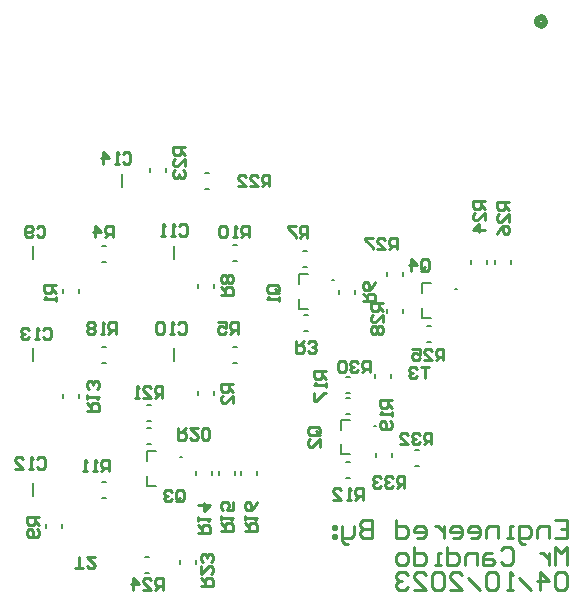
<source format=gbo>
G04*
G04 #@! TF.GenerationSoftware,Altium Limited,Altium Designer,23.8.1 (32)*
G04*
G04 Layer_Color=32896*
%FSLAX44Y44*%
%MOMM*%
G71*
G04*
G04 #@! TF.SameCoordinates,C7883470-4D28-45A4-81C0-78593BF10AE1*
G04*
G04*
G04 #@! TF.FilePolarity,Positive*
G04*
G01*
G75*
%ADD10C,0.2000*%
%ADD12C,0.5080*%
%ADD14C,0.2540*%
%ADD60C,0.1270*%
D10*
X1313820Y1119480D02*
X1311820D01*
X1313820D01*
X1245240Y1003910D02*
X1243240D01*
X1245240D01*
X1209680Y1127100D02*
X1207680D01*
X1209680D01*
X1081410Y977240D02*
X1079410D01*
X1081410D01*
X1029970Y1206080D02*
Y1217080D01*
X955040Y944460D02*
Y955460D01*
X1074530Y1058760D02*
Y1069760D01*
X955040Y1058760D02*
Y1069760D01*
X1074530Y1145120D02*
Y1156120D01*
X955040Y1145120D02*
Y1156120D01*
D12*
X1388745Y1346210D02*
X1387854Y1348659D01*
X1385597Y1349962D01*
X1383030Y1349510D01*
X1381355Y1347513D01*
Y1344907D01*
X1383030Y1342910D01*
X1385597Y1342458D01*
X1387854Y1343761D01*
X1388745Y1346210D01*
D14*
X1407160Y877566D02*
X1404621Y880105D01*
X1399543D01*
X1397003Y877566D01*
Y867409D01*
X1399543Y864870D01*
X1404621D01*
X1407160Y867409D01*
Y877566D01*
X1384307Y864870D02*
Y880105D01*
X1391925Y872487D01*
X1381768D01*
X1376690Y864870D02*
X1366533Y875027D01*
X1361455Y864870D02*
X1356376D01*
X1358916D01*
Y880105D01*
X1361455Y877566D01*
X1348759D02*
X1346220Y880105D01*
X1341141D01*
X1338602Y877566D01*
Y867409D01*
X1341141Y864870D01*
X1346220D01*
X1348759Y867409D01*
Y877566D01*
X1333524Y864870D02*
X1323367Y875027D01*
X1308132Y864870D02*
X1318289D01*
X1308132Y875027D01*
Y877566D01*
X1310671Y880105D01*
X1315750D01*
X1318289Y877566D01*
X1303054D02*
X1300515Y880105D01*
X1295436D01*
X1292897Y877566D01*
Y867409D01*
X1295436Y864870D01*
X1300515D01*
X1303054Y867409D01*
Y877566D01*
X1277662Y864870D02*
X1287819D01*
X1277662Y875027D01*
Y877566D01*
X1280201Y880105D01*
X1285279D01*
X1287819Y877566D01*
X1272583D02*
X1270044Y880105D01*
X1264966D01*
X1262427Y877566D01*
Y875027D01*
X1264966Y872487D01*
X1267505D01*
X1264966D01*
X1262427Y869948D01*
Y867409D01*
X1264966Y864870D01*
X1270044D01*
X1272583Y867409D01*
X1407160Y886460D02*
Y901695D01*
X1402082Y896617D01*
X1397003Y901695D01*
Y886460D01*
X1391925Y896617D02*
Y886460D01*
Y891538D01*
X1389386Y894078D01*
X1386847Y896617D01*
X1384307D01*
X1351298Y899156D02*
X1353837Y901695D01*
X1358916D01*
X1361455Y899156D01*
Y888999D01*
X1358916Y886460D01*
X1353837D01*
X1351298Y888999D01*
X1343681Y896617D02*
X1338602D01*
X1336063Y894078D01*
Y886460D01*
X1343681D01*
X1346220Y888999D01*
X1343681Y891538D01*
X1336063D01*
X1330985Y886460D02*
Y896617D01*
X1323367D01*
X1320828Y894078D01*
Y886460D01*
X1305593Y901695D02*
Y886460D01*
X1313210D01*
X1315750Y888999D01*
Y894078D01*
X1313210Y896617D01*
X1305593D01*
X1300515Y886460D02*
X1295436D01*
X1297975D01*
Y896617D01*
X1300515D01*
X1277662Y901695D02*
Y886460D01*
X1285279D01*
X1287819Y888999D01*
Y894078D01*
X1285279Y896617D01*
X1277662D01*
X1270044Y886460D02*
X1264966D01*
X1262427Y888999D01*
Y894078D01*
X1264966Y896617D01*
X1270044D01*
X1272583Y894078D01*
Y888999D01*
X1270044Y886460D01*
X1397003Y924553D02*
X1407160D01*
Y909318D01*
X1397003D01*
X1407160Y916936D02*
X1402082D01*
X1391925Y909318D02*
Y919475D01*
X1384307D01*
X1381768Y916936D01*
Y909318D01*
X1371611Y904240D02*
X1369072D01*
X1366533Y906779D01*
Y919475D01*
X1374151D01*
X1376690Y916936D01*
Y911858D01*
X1374151Y909318D01*
X1366533D01*
X1361455D02*
X1356376D01*
X1358916D01*
Y919475D01*
X1361455D01*
X1348759Y909318D02*
Y919475D01*
X1341141D01*
X1338602Y916936D01*
Y909318D01*
X1325906D02*
X1330985D01*
X1333524Y911858D01*
Y916936D01*
X1330985Y919475D01*
X1325906D01*
X1323367Y916936D01*
Y914397D01*
X1333524D01*
X1310671Y909318D02*
X1315750D01*
X1318289Y911858D01*
Y916936D01*
X1315750Y919475D01*
X1310671D01*
X1308132Y916936D01*
Y914397D01*
X1318289D01*
X1303054Y919475D02*
Y909318D01*
Y914397D01*
X1300515Y916936D01*
X1297975Y919475D01*
X1295436D01*
X1280201Y909318D02*
X1285279D01*
X1287819Y911858D01*
Y916936D01*
X1285279Y919475D01*
X1280201D01*
X1277662Y916936D01*
Y914397D01*
X1287819D01*
X1262427Y924553D02*
Y909318D01*
X1270044D01*
X1272583Y911858D01*
Y916936D01*
X1270044Y919475D01*
X1262427D01*
X1242113Y924553D02*
Y909318D01*
X1234496D01*
X1231957Y911858D01*
Y914397D01*
X1234496Y916936D01*
X1242113D01*
X1234496D01*
X1231957Y919475D01*
Y922014D01*
X1234496Y924553D01*
X1242113D01*
X1226878Y919475D02*
Y911858D01*
X1224339Y909318D01*
X1216722D01*
Y906779D01*
X1219261Y904240D01*
X1221800D01*
X1216722Y909318D02*
Y919475D01*
X1211643D02*
X1209104D01*
Y916936D01*
X1211643D01*
Y919475D01*
Y911858D02*
X1209104D01*
Y909318D01*
X1211643D01*
Y911858D01*
X1289761Y1054018D02*
X1283096D01*
X1286428D01*
Y1044022D01*
X1279764Y1052352D02*
X1278098Y1054018D01*
X1274765D01*
X1273099Y1052352D01*
Y1050686D01*
X1274765Y1049020D01*
X1276432D01*
X1274765D01*
X1273099Y1047354D01*
Y1045688D01*
X1274765Y1044022D01*
X1278098D01*
X1279764Y1045688D01*
X990499Y883162D02*
X997164D01*
X993832D01*
Y893158D01*
X1007161D02*
X1000496D01*
X1007161Y886494D01*
Y884828D01*
X1005495Y883162D01*
X1002162D01*
X1000496Y884828D01*
X1269359Y951312D02*
Y961308D01*
X1264361D01*
X1262694Y959642D01*
Y956310D01*
X1264361Y954644D01*
X1269359D01*
X1266027D02*
X1262694Y951312D01*
X1259362Y959642D02*
X1257696Y961308D01*
X1254364D01*
X1252698Y959642D01*
Y957976D01*
X1254364Y956310D01*
X1256030D01*
X1254364D01*
X1252698Y954644D01*
Y952978D01*
X1254364Y951312D01*
X1257696D01*
X1259362Y952978D01*
X1249365Y959642D02*
X1247699Y961308D01*
X1244367D01*
X1242701Y959642D01*
Y957976D01*
X1244367Y956310D01*
X1246033D01*
X1244367D01*
X1242701Y954644D01*
Y952978D01*
X1244367Y951312D01*
X1247699D01*
X1249365Y952978D01*
X1292219Y988142D02*
Y998138D01*
X1287221D01*
X1285555Y996472D01*
Y993140D01*
X1287221Y991474D01*
X1292219D01*
X1288887D02*
X1285555Y988142D01*
X1282222Y996472D02*
X1280556Y998138D01*
X1277224D01*
X1275558Y996472D01*
Y994806D01*
X1277224Y993140D01*
X1278890D01*
X1277224D01*
X1275558Y991474D01*
Y989808D01*
X1277224Y988142D01*
X1280556D01*
X1282222Y989808D01*
X1265561Y988142D02*
X1272225D01*
X1265561Y994806D01*
Y996472D01*
X1267227Y998138D01*
X1270559D01*
X1272225Y996472D01*
X1240149Y1049102D02*
Y1059098D01*
X1235151D01*
X1233484Y1057432D01*
Y1054100D01*
X1235151Y1052434D01*
X1240149D01*
X1236817D02*
X1233484Y1049102D01*
X1230152Y1057432D02*
X1228486Y1059098D01*
X1225154D01*
X1223488Y1057432D01*
Y1055766D01*
X1225154Y1054100D01*
X1226820D01*
X1225154D01*
X1223488Y1052434D01*
Y1050768D01*
X1225154Y1049102D01*
X1228486D01*
X1230152Y1050768D01*
X1220155Y1057432D02*
X1218489Y1059098D01*
X1215157D01*
X1213491Y1057432D01*
Y1050768D01*
X1215157Y1049102D01*
X1218489D01*
X1220155Y1050768D01*
Y1057432D01*
X1064889Y864952D02*
Y874948D01*
X1059891D01*
X1058224Y873282D01*
Y869950D01*
X1059891Y868284D01*
X1064889D01*
X1061557D02*
X1058224Y864952D01*
X1048228D02*
X1054892D01*
X1048228Y871616D01*
Y873282D01*
X1049894Y874948D01*
X1053226D01*
X1054892Y873282D01*
X1039897Y864952D02*
Y874948D01*
X1044895Y869950D01*
X1038231D01*
X1097362Y868661D02*
X1107358D01*
Y873659D01*
X1105692Y875325D01*
X1102360D01*
X1100694Y873659D01*
Y868661D01*
Y871993D02*
X1097362Y875325D01*
Y885322D02*
Y878658D01*
X1104026Y885322D01*
X1105692D01*
X1107358Y883656D01*
Y880324D01*
X1105692Y878658D01*
Y888654D02*
X1107358Y890321D01*
Y893653D01*
X1105692Y895319D01*
X1104026D01*
X1102360Y893653D01*
Y891987D01*
Y893653D01*
X1100694Y895319D01*
X1099028D01*
X1097362Y893653D01*
Y890321D01*
X1099028Y888654D01*
X1128268Y1081532D02*
Y1091529D01*
X1123270D01*
X1121603Y1089863D01*
Y1086530D01*
X1123270Y1084864D01*
X1128268D01*
X1124936D02*
X1121603Y1081532D01*
X1111607Y1091529D02*
X1118271D01*
Y1086530D01*
X1114939Y1088196D01*
X1113273D01*
X1111607Y1086530D01*
Y1083198D01*
X1113273Y1081532D01*
X1116605D01*
X1118271Y1083198D01*
X1258488Y1025956D02*
X1248492D01*
Y1020958D01*
X1250158Y1019292D01*
X1253490D01*
X1255156Y1020958D01*
Y1025956D01*
Y1022624D02*
X1258488Y1019292D01*
Y1015959D02*
Y1012627D01*
Y1014293D01*
X1248492D01*
X1250158Y1015959D01*
X1256822Y1007628D02*
X1258488Y1005962D01*
Y1002630D01*
X1256822Y1000964D01*
X1250158D01*
X1248492Y1002630D01*
Y1005962D01*
X1250158Y1007628D01*
X1251824D01*
X1253490Y1005962D01*
Y1000964D01*
X1134192Y914604D02*
X1144188D01*
Y919602D01*
X1142522Y921268D01*
X1139190D01*
X1137524Y919602D01*
Y914604D01*
Y917936D02*
X1134192Y921268D01*
Y924601D02*
Y927933D01*
Y926267D01*
X1144188D01*
X1142522Y924601D01*
X1144188Y939596D02*
X1142522Y936264D01*
X1139190Y932931D01*
X1135858D01*
X1134192Y934597D01*
Y937930D01*
X1135858Y939596D01*
X1137524D01*
X1139190Y937930D01*
Y932931D01*
X1137716Y1163402D02*
Y1173398D01*
X1132718D01*
X1131051Y1171732D01*
Y1168400D01*
X1132718Y1166734D01*
X1137716D01*
X1134384D02*
X1131051Y1163402D01*
X1127719D02*
X1124387D01*
X1126053D01*
Y1173398D01*
X1127719Y1171732D01*
X1119389D02*
X1117722Y1173398D01*
X1114390D01*
X1112724Y1171732D01*
Y1165068D01*
X1114390Y1163402D01*
X1117722D01*
X1119389Y1165068D01*
Y1171732D01*
X1064493Y1027512D02*
Y1037508D01*
X1059494D01*
X1057828Y1035842D01*
Y1032510D01*
X1059494Y1030844D01*
X1064493D01*
X1061161D02*
X1057828Y1027512D01*
X1047832D02*
X1054496D01*
X1047832Y1034176D01*
Y1035842D01*
X1049498Y1037508D01*
X1052830D01*
X1054496Y1035842D01*
X1044499Y1027512D02*
X1041167D01*
X1042833D01*
Y1037508D01*
X1044499Y1035842D01*
X1177849Y1075608D02*
Y1065612D01*
X1182848D01*
X1184514Y1067278D01*
Y1070610D01*
X1182848Y1072276D01*
X1177849D01*
X1181182D02*
X1184514Y1075608D01*
X1187846Y1067278D02*
X1189512Y1065612D01*
X1192844D01*
X1194511Y1067278D01*
Y1068944D01*
X1192844Y1070610D01*
X1191178D01*
X1192844D01*
X1194511Y1072276D01*
Y1073942D01*
X1192844Y1075608D01*
X1189512D01*
X1187846Y1073942D01*
X1123868Y1039571D02*
X1113872D01*
Y1034572D01*
X1115538Y1032906D01*
X1118870D01*
X1120536Y1034572D01*
Y1039571D01*
Y1036238D02*
X1123868Y1032906D01*
Y1022909D02*
Y1029574D01*
X1117204Y1022909D01*
X1115538D01*
X1113872Y1024575D01*
Y1027908D01*
X1115538Y1029574D01*
X1113872Y1114959D02*
X1123868D01*
Y1119958D01*
X1122202Y1121624D01*
X1118870D01*
X1117204Y1119958D01*
Y1114959D01*
Y1118292D02*
X1113872Y1121624D01*
X1122202Y1124956D02*
X1123868Y1126622D01*
Y1129955D01*
X1122202Y1131621D01*
X1120536D01*
X1118870Y1129955D01*
X1117204Y1131621D01*
X1115538D01*
X1113872Y1129955D01*
Y1126622D01*
X1115538Y1124956D01*
X1117204D01*
X1118870Y1126622D01*
X1120536Y1124956D01*
X1122202D01*
X1118870Y1126622D02*
Y1129955D01*
X1000842Y1016814D02*
X1010838D01*
Y1021812D01*
X1009172Y1023478D01*
X1005840D01*
X1004174Y1021812D01*
Y1016814D01*
Y1020146D02*
X1000842Y1023478D01*
Y1026811D02*
Y1030143D01*
Y1028477D01*
X1010838D01*
X1009172Y1026811D01*
Y1035141D02*
X1010838Y1036808D01*
Y1040140D01*
X1009172Y1041806D01*
X1007506D01*
X1005840Y1040140D01*
Y1038474D01*
Y1040140D01*
X1004174Y1041806D01*
X1002508D01*
X1000842Y1040140D01*
Y1036808D01*
X1002508Y1035141D01*
X1234522Y1109269D02*
X1244518D01*
Y1114268D01*
X1242852Y1115934D01*
X1239520D01*
X1237854Y1114268D01*
Y1109269D01*
Y1112602D02*
X1234522Y1115934D01*
X1244518Y1125931D02*
X1242852Y1122598D01*
X1239520Y1119266D01*
X1236188D01*
X1234522Y1120932D01*
Y1124265D01*
X1236188Y1125931D01*
X1237854D01*
X1239520Y1124265D01*
Y1119266D01*
X1022451Y1163402D02*
Y1173398D01*
X1017452D01*
X1015786Y1171732D01*
Y1168400D01*
X1017452Y1166734D01*
X1022451D01*
X1019118D02*
X1015786Y1163402D01*
X1007456D02*
Y1173398D01*
X1012454Y1168400D01*
X1005789D01*
X1077601Y1001948D02*
Y991952D01*
X1082599D01*
X1084265Y993618D01*
Y996950D01*
X1082599Y998616D01*
X1077601D01*
X1080933D02*
X1084265Y1001948D01*
X1094262D02*
X1087598D01*
X1094262Y995284D01*
Y993618D01*
X1092596Y991952D01*
X1089264D01*
X1087598Y993618D01*
X1097595D02*
X1099261Y991952D01*
X1102593D01*
X1104259Y993618D01*
Y1000282D01*
X1102593Y1001948D01*
X1099261D01*
X1097595Y1000282D01*
Y993618D01*
X1113872Y914604D02*
X1123868D01*
Y919602D01*
X1122202Y921268D01*
X1118870D01*
X1117204Y919602D01*
Y914604D01*
Y917936D02*
X1113872Y921268D01*
Y924601D02*
Y927933D01*
Y926267D01*
X1123868D01*
X1122202Y924601D01*
X1123868Y939596D02*
Y932931D01*
X1118870D01*
X1120536Y936264D01*
Y937930D01*
X1118870Y939596D01*
X1115538D01*
X1113872Y937930D01*
Y934597D01*
X1115538Y932931D01*
X960038Y926541D02*
X950042D01*
Y921542D01*
X951708Y919876D01*
X955040D01*
X956706Y921542D01*
Y926541D01*
Y923208D02*
X960038Y919876D01*
X958372Y916544D02*
X960038Y914878D01*
Y911545D01*
X958372Y909879D01*
X951708D01*
X950042Y911545D01*
Y914878D01*
X951708Y916544D01*
X953374D01*
X955040Y914878D01*
Y909879D01*
X1302379Y1059262D02*
Y1069258D01*
X1297381D01*
X1295715Y1067592D01*
Y1064260D01*
X1297381Y1062594D01*
X1302379D01*
X1299047D02*
X1295715Y1059262D01*
X1285718D02*
X1292382D01*
X1285718Y1065926D01*
Y1067592D01*
X1287384Y1069258D01*
X1290716D01*
X1292382Y1067592D01*
X1275721Y1069258D02*
X1282386D01*
Y1064260D01*
X1279053Y1065926D01*
X1277387D01*
X1275721Y1064260D01*
Y1060928D01*
X1277387Y1059262D01*
X1280719D01*
X1282386Y1060928D01*
X1357548Y1193159D02*
X1347552D01*
Y1188161D01*
X1349218Y1186495D01*
X1352550D01*
X1354216Y1188161D01*
Y1193159D01*
Y1189827D02*
X1357548Y1186495D01*
Y1176498D02*
Y1183162D01*
X1350884Y1176498D01*
X1349218D01*
X1347552Y1178164D01*
Y1181496D01*
X1349218Y1183162D01*
X1347552Y1166501D02*
X1349218Y1169833D01*
X1352550Y1173166D01*
X1355882D01*
X1357548Y1171499D01*
Y1168167D01*
X1355882Y1166501D01*
X1354216D01*
X1352550Y1168167D01*
Y1173166D01*
X1250868Y1108069D02*
X1240872D01*
Y1103071D01*
X1242538Y1101404D01*
X1245870D01*
X1247536Y1103071D01*
Y1108069D01*
Y1104737D02*
X1250868Y1101404D01*
Y1091408D02*
Y1098072D01*
X1244204Y1091408D01*
X1242538D01*
X1240872Y1093074D01*
Y1096406D01*
X1242538Y1098072D01*
Y1088075D02*
X1240872Y1086409D01*
Y1083077D01*
X1242538Y1081411D01*
X1244204D01*
X1245870Y1083077D01*
X1247536Y1081411D01*
X1249202D01*
X1250868Y1083077D01*
Y1086409D01*
X1249202Y1088075D01*
X1247536D01*
X1245870Y1086409D01*
X1244204Y1088075D01*
X1242538D01*
X1245870Y1086409D02*
Y1083077D01*
X1337228Y1194429D02*
X1327232D01*
Y1189431D01*
X1328898Y1187765D01*
X1332230D01*
X1333896Y1189431D01*
Y1194429D01*
Y1191097D02*
X1337228Y1187765D01*
Y1177768D02*
Y1184432D01*
X1330564Y1177768D01*
X1328898D01*
X1327232Y1179434D01*
Y1182766D01*
X1328898Y1184432D01*
X1337228Y1169437D02*
X1327232D01*
X1332230Y1174436D01*
Y1167771D01*
X1155059Y1206582D02*
Y1216578D01*
X1150061D01*
X1148394Y1214912D01*
Y1211580D01*
X1150061Y1209914D01*
X1155059D01*
X1151727D02*
X1148394Y1206582D01*
X1138398D02*
X1145062D01*
X1138398Y1213246D01*
Y1214912D01*
X1140064Y1216578D01*
X1143396D01*
X1145062Y1214912D01*
X1128401Y1206582D02*
X1135066D01*
X1128401Y1213246D01*
Y1214912D01*
X1130067Y1216578D01*
X1133399D01*
X1135066Y1214912D01*
X1263009Y1153242D02*
Y1163238D01*
X1258011D01*
X1256345Y1161572D01*
Y1158240D01*
X1258011Y1156574D01*
X1263009D01*
X1259677D02*
X1256345Y1153242D01*
X1246348D02*
X1253012D01*
X1246348Y1159906D01*
Y1161572D01*
X1248014Y1163238D01*
X1251346D01*
X1253012Y1161572D01*
X1243016Y1163238D02*
X1236351D01*
Y1161572D01*
X1243016Y1154908D01*
Y1153242D01*
X1083228Y1240149D02*
X1073232D01*
Y1235151D01*
X1074898Y1233484D01*
X1078230D01*
X1079896Y1235151D01*
Y1240149D01*
Y1236817D02*
X1083228Y1233484D01*
Y1223488D02*
Y1230152D01*
X1076564Y1223488D01*
X1074898D01*
X1073232Y1225154D01*
Y1228486D01*
X1074898Y1230152D01*
Y1220155D02*
X1073232Y1218489D01*
Y1215157D01*
X1074898Y1213491D01*
X1076564D01*
X1078230Y1215157D01*
Y1216823D01*
Y1215157D01*
X1079896Y1213491D01*
X1081562D01*
X1083228Y1215157D01*
Y1218489D01*
X1081562Y1220155D01*
X1019210Y965282D02*
Y975278D01*
X1014211D01*
X1012545Y973612D01*
Y970280D01*
X1014211Y968614D01*
X1019210D01*
X1015878D02*
X1012545Y965282D01*
X1009213D02*
X1005881D01*
X1007547D01*
Y975278D01*
X1009213Y973612D01*
X1000882Y965282D02*
X997550D01*
X999216D01*
Y975278D01*
X1000882Y973612D01*
X1202608Y1050086D02*
X1192612D01*
Y1045088D01*
X1194278Y1043421D01*
X1197610D01*
X1199276Y1045088D01*
Y1050086D01*
Y1046754D02*
X1202608Y1043421D01*
Y1040089D02*
Y1036757D01*
Y1038423D01*
X1192612D01*
X1194278Y1040089D01*
X1192612Y1031758D02*
Y1025094D01*
X1194278D01*
X1200942Y1031758D01*
X1202608D01*
X974008Y1123045D02*
X964012D01*
Y1118046D01*
X965678Y1116380D01*
X969010D01*
X970676Y1118046D01*
Y1123045D01*
Y1119712D02*
X974008Y1116380D01*
Y1113048D02*
Y1109715D01*
Y1111382D01*
X964012D01*
X965678Y1113048D01*
X1025398Y1081532D02*
Y1091529D01*
X1020400D01*
X1018734Y1089863D01*
Y1086530D01*
X1020400Y1084864D01*
X1025398D01*
X1022066D02*
X1018734Y1081532D01*
X1015401D02*
X1012069D01*
X1013735D01*
Y1091529D01*
X1015401Y1089863D01*
X1007071D02*
X1005404Y1091529D01*
X1002072D01*
X1000406Y1089863D01*
Y1088196D01*
X1002072Y1086530D01*
X1000406Y1084864D01*
Y1083198D01*
X1002072Y1081532D01*
X1005404D01*
X1007071Y1083198D01*
Y1084864D01*
X1005404Y1086530D01*
X1007071Y1088196D01*
Y1089863D01*
X1005404Y1086530D02*
X1002072D01*
X1094822Y913334D02*
X1104818D01*
Y918332D01*
X1103152Y919998D01*
X1099820D01*
X1098154Y918332D01*
Y913334D01*
Y916666D02*
X1094822Y919998D01*
Y923331D02*
Y926663D01*
Y924997D01*
X1104818D01*
X1103152Y923331D01*
X1094822Y936660D02*
X1104818D01*
X1099820Y931661D01*
Y938326D01*
X1187196Y1162812D02*
Y1172809D01*
X1182198D01*
X1180531Y1171143D01*
Y1167810D01*
X1182198Y1166144D01*
X1187196D01*
X1183864D02*
X1180531Y1162812D01*
X1177199Y1172809D02*
X1170535D01*
Y1171143D01*
X1177199Y1164478D01*
Y1162812D01*
X1234236Y941152D02*
Y951148D01*
X1229238D01*
X1227571Y949482D01*
Y946150D01*
X1229238Y944484D01*
X1234236D01*
X1230904D02*
X1227571Y941152D01*
X1224239D02*
X1220907D01*
X1222573D01*
Y951148D01*
X1224239Y949482D01*
X1209244Y941152D02*
X1215909D01*
X1209244Y947816D01*
Y949482D01*
X1210910Y951148D01*
X1214242D01*
X1215909Y949482D01*
X1195862Y996076D02*
X1189198D01*
X1187532Y997742D01*
Y1001075D01*
X1189198Y1002741D01*
X1195862D01*
X1197528Y1001075D01*
Y997742D01*
X1194196Y999408D02*
X1197528Y996076D01*
Y997742D02*
X1195862Y996076D01*
X1197528Y986079D02*
Y992744D01*
X1190864Y986079D01*
X1189198D01*
X1187532Y987745D01*
Y991078D01*
X1189198Y992744D01*
X1076086Y941548D02*
Y948212D01*
X1077752Y949878D01*
X1081085D01*
X1082751Y948212D01*
Y941548D01*
X1081085Y939882D01*
X1077752D01*
X1079418Y943214D02*
X1076086Y939882D01*
X1077752D02*
X1076086Y941548D01*
X1072754Y948212D02*
X1071088Y949878D01*
X1067756D01*
X1066089Y948212D01*
Y946546D01*
X1067756Y944880D01*
X1069422D01*
X1067756D01*
X1066089Y943214D01*
Y941548D01*
X1067756Y939882D01*
X1071088D01*
X1072754Y941548D01*
X1283401Y1136538D02*
Y1143203D01*
X1285068Y1144869D01*
X1288400D01*
X1290066Y1143203D01*
Y1136538D01*
X1288400Y1134872D01*
X1285068D01*
X1286734Y1138204D02*
X1283401Y1134872D01*
X1285068D02*
X1283401Y1136538D01*
X1275071Y1134872D02*
Y1144869D01*
X1280069Y1139870D01*
X1273405D01*
X1161572Y1116330D02*
X1154908D01*
X1153242Y1117996D01*
Y1121328D01*
X1154908Y1122995D01*
X1161572D01*
X1163238Y1121328D01*
Y1117996D01*
X1159906Y1119662D02*
X1163238Y1116330D01*
Y1117996D02*
X1161572Y1116330D01*
X1163238Y1112998D02*
Y1109666D01*
Y1111332D01*
X1153242D01*
X1154908Y1112998D01*
X1077662Y1090371D02*
X1079328Y1092037D01*
X1082660D01*
X1084326Y1090371D01*
Y1083706D01*
X1082660Y1082040D01*
X1079328D01*
X1077662Y1083706D01*
X1074329Y1082040D02*
X1070997D01*
X1072663D01*
Y1092037D01*
X1074329Y1090371D01*
X1065999D02*
X1064332Y1092037D01*
X1061000D01*
X1059334Y1090371D01*
Y1083706D01*
X1061000Y1082040D01*
X1064332D01*
X1065999Y1083706D01*
Y1090371D01*
X1030722Y1233962D02*
X1032388Y1235628D01*
X1035720D01*
X1037386Y1233962D01*
Y1227298D01*
X1035720Y1225632D01*
X1032388D01*
X1030722Y1227298D01*
X1027389Y1225632D02*
X1024057D01*
X1025723D01*
Y1235628D01*
X1027389Y1233962D01*
X1014060Y1225632D02*
Y1235628D01*
X1019059Y1230630D01*
X1012394D01*
X958281Y976071D02*
X959948Y977737D01*
X963280D01*
X964946Y976071D01*
Y969406D01*
X963280Y967740D01*
X959948D01*
X958281Y969406D01*
X954949Y967740D02*
X951617D01*
X953283D01*
Y977737D01*
X954949Y976071D01*
X939954Y967740D02*
X946619D01*
X939954Y974405D01*
Y976071D01*
X941620Y977737D01*
X944952D01*
X946619Y976071D01*
X963301Y1085372D02*
X964968Y1087038D01*
X968300D01*
X969966Y1085372D01*
Y1078708D01*
X968300Y1077042D01*
X964968D01*
X963301Y1078708D01*
X959969Y1077042D02*
X956637D01*
X958303D01*
Y1087038D01*
X959969Y1085372D01*
X951638D02*
X949972Y1087038D01*
X946640D01*
X944974Y1085372D01*
Y1083706D01*
X946640Y1082040D01*
X948306D01*
X946640D01*
X944974Y1080374D01*
Y1078708D01*
X946640Y1077042D01*
X949972D01*
X951638Y1078708D01*
X1078585Y1173002D02*
X1080251Y1174668D01*
X1083584D01*
X1085250Y1173002D01*
Y1166338D01*
X1083584Y1164672D01*
X1080251D01*
X1078585Y1166338D01*
X1075253Y1164672D02*
X1071921D01*
X1073587D01*
Y1174668D01*
X1075253Y1173002D01*
X1066922Y1164672D02*
X1063590D01*
X1065256D01*
Y1174668D01*
X1066922Y1173002D01*
X957866Y1171732D02*
X959532Y1173398D01*
X962865D01*
X964531Y1171732D01*
Y1165068D01*
X962865Y1163402D01*
X959532D01*
X957866Y1165068D01*
X954534D02*
X952868Y1163402D01*
X949536D01*
X947869Y1165068D01*
Y1171732D01*
X949536Y1173398D01*
X952868D01*
X954534Y1171732D01*
Y1170066D01*
X952868Y1168400D01*
X947869D01*
D60*
X1079050Y887300D02*
Y890700D01*
X1092650Y887300D02*
Y890700D01*
X1049860Y893260D02*
X1053260D01*
X1049860Y879660D02*
X1053260D01*
X1244150Y1044780D02*
Y1048180D01*
X1257750Y1044780D02*
Y1048180D01*
X1245420Y977470D02*
Y980870D01*
X1259020Y977470D02*
Y980870D01*
X1278460Y969830D02*
X1281860D01*
X1278460Y983430D02*
X1281860D01*
X1100660Y1218380D02*
X1104060D01*
X1100660Y1204780D02*
X1104060D01*
X1067250Y1218770D02*
Y1222170D01*
X1053650Y1218770D02*
Y1222170D01*
X1267910Y1099390D02*
Y1102790D01*
X1254310Y1099390D02*
Y1102790D01*
X1359350Y1141300D02*
Y1144700D01*
X1345750Y1141300D02*
Y1144700D01*
X1267910Y1131140D02*
Y1134540D01*
X1254310Y1131140D02*
Y1134540D01*
X1288620Y1088840D02*
X1292020D01*
X1288620Y1075240D02*
X1292020D01*
X1339030Y1141300D02*
Y1144700D01*
X1325430Y1141300D02*
Y1144700D01*
X1283820Y1124480D02*
X1291520D01*
X1283820Y1095480D02*
X1291520D01*
X1283820Y1116080D02*
Y1124480D01*
Y1095480D02*
Y1103880D01*
X1220040Y1045660D02*
X1223440D01*
X1220040Y1032060D02*
X1223440D01*
X1220040Y1014280D02*
X1223440D01*
X1220040Y1027880D02*
X1223440D01*
X1215240Y1008910D02*
X1222940D01*
X1215240Y979910D02*
X1222940D01*
X1215240Y1000510D02*
Y1008910D01*
Y979910D02*
Y988310D01*
X1220040Y973270D02*
X1223440D01*
X1220040Y959670D02*
X1223440D01*
X1013030Y943160D02*
X1016430D01*
X1013030Y956760D02*
X1016430D01*
X1213670Y1115900D02*
Y1119300D01*
X1227270Y1115900D02*
Y1119300D01*
X1184480Y1097730D02*
X1187880D01*
X1184480Y1084130D02*
X1187880D01*
X1179680Y1132100D02*
X1187380D01*
X1179680Y1103100D02*
X1187380D01*
X1179680Y1123700D02*
Y1132100D01*
Y1103100D02*
Y1111500D01*
X1183210Y1138740D02*
X1186610D01*
X1183210Y1152340D02*
X1186610D01*
X1051410Y982240D02*
X1059110D01*
X1051410Y953240D02*
X1059110D01*
X1051410Y973840D02*
Y982240D01*
Y953240D02*
Y961640D01*
X1051130Y1002480D02*
X1054530D01*
X1051130Y988880D02*
X1054530D01*
X1051130Y1007930D02*
X1054530D01*
X1051130Y1021530D02*
X1054530D01*
X1093020Y962230D02*
Y965630D01*
X1106620Y962230D02*
Y965630D01*
X1131120Y962230D02*
Y965630D01*
X1144720Y962230D02*
Y965630D01*
X1112070Y962230D02*
Y965630D01*
X1125670Y962230D02*
Y965630D01*
X1124180Y1057460D02*
X1127580D01*
X1124180Y1071060D02*
X1127580D01*
X979620Y917780D02*
Y921180D01*
X966020Y917780D02*
Y921180D01*
X1107890Y1030150D02*
Y1033550D01*
X1094290Y1030150D02*
Y1033550D01*
X993590Y1027610D02*
Y1031010D01*
X979990Y1027610D02*
Y1031010D01*
X1013030Y1057460D02*
X1016430D01*
X1013030Y1071060D02*
X1016430D01*
X1124180Y1143820D02*
X1127580D01*
X1124180Y1157420D02*
X1127580D01*
X1107890Y1120320D02*
Y1123720D01*
X1094290Y1120320D02*
Y1123720D01*
X1013030Y1142550D02*
X1016430D01*
X1013030Y1156150D02*
X1016430D01*
X993590Y1116560D02*
Y1119960D01*
X979990Y1116560D02*
Y1119960D01*
M02*

</source>
